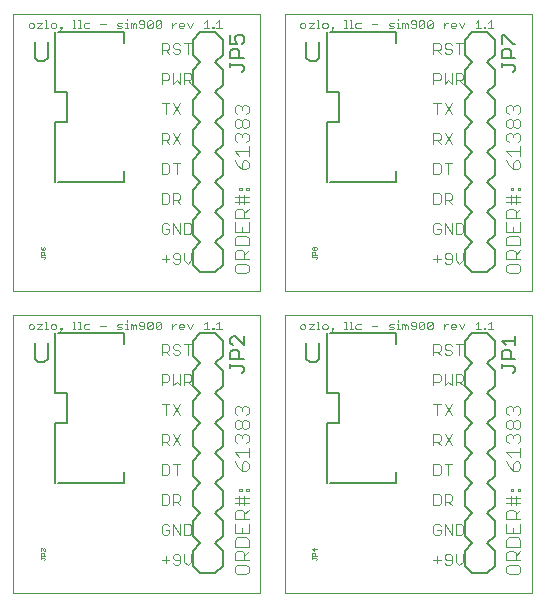
<source format=gto>
G75*
G70*
%OFA0B0*%
%FSLAX24Y24*%
%IPPOS*%
%LPD*%
%AMOC8*
5,1,8,0,0,1.08239X$1,22.5*
%
%ADD10C,0.0000*%
%ADD11C,0.0060*%
%ADD12C,0.0040*%
%ADD13C,0.0030*%
%ADD14C,0.0050*%
%ADD15C,0.0080*%
%ADD16C,0.0010*%
D10*
X000150Y000150D02*
X000150Y009402D01*
X008400Y009400D01*
X008400Y000150D01*
X000150Y000150D01*
X009205Y000150D02*
X009205Y009402D01*
X017455Y009400D01*
X017455Y000150D01*
X009205Y000150D01*
X009205Y010189D02*
X009205Y019441D01*
X017455Y019439D01*
X017455Y010189D01*
X009205Y010189D01*
X008400Y010189D02*
X008400Y019439D01*
X000150Y019441D01*
X000150Y010189D01*
X008400Y010189D01*
D11*
X009932Y008464D02*
X009932Y007930D01*
X010039Y007824D01*
X010252Y007824D01*
X010359Y007930D01*
X010359Y008464D01*
X010252Y017863D02*
X010039Y017863D01*
X009932Y017970D01*
X009932Y018504D01*
X010359Y018504D02*
X010359Y017970D01*
X010252Y017863D01*
X001304Y017970D02*
X001304Y018504D01*
X000877Y018504D02*
X000877Y017970D01*
X000984Y017863D01*
X001197Y017863D01*
X001304Y017970D01*
X001304Y008464D02*
X001304Y007930D01*
X001197Y007824D01*
X000984Y007824D01*
X000877Y007930D01*
X000877Y008464D01*
D12*
X000946Y008920D02*
X001120Y008920D01*
X001222Y008920D02*
X001309Y008920D01*
X001266Y008920D02*
X001266Y009180D01*
X001222Y009180D01*
X001120Y009093D02*
X000946Y008920D01*
X000843Y008963D02*
X000843Y009050D01*
X000800Y009093D01*
X000713Y009093D01*
X000670Y009050D01*
X000670Y008963D01*
X000713Y008920D01*
X000800Y008920D01*
X000843Y008963D01*
X000946Y009093D02*
X001120Y009093D01*
X001407Y009050D02*
X001407Y008963D01*
X001450Y008920D01*
X001537Y008920D01*
X001580Y008963D01*
X001580Y009050D01*
X001537Y009093D01*
X001450Y009093D01*
X001407Y009050D01*
X001726Y008963D02*
X001726Y008920D01*
X001770Y008920D01*
X001770Y008963D01*
X001726Y008963D01*
X001770Y008920D02*
X001683Y008833D01*
X002143Y008920D02*
X002230Y008920D01*
X002187Y008920D02*
X002187Y009180D01*
X002143Y009180D01*
X002327Y009180D02*
X002371Y009180D01*
X002371Y008920D01*
X002414Y008920D02*
X002327Y008920D01*
X002512Y008963D02*
X002512Y009050D01*
X002555Y009093D01*
X002685Y009093D01*
X002685Y008920D02*
X002555Y008920D01*
X002512Y008963D01*
X003064Y009050D02*
X003238Y009050D01*
X003617Y009050D02*
X003660Y009007D01*
X003747Y009007D01*
X003790Y008963D01*
X003747Y008920D01*
X003617Y008920D01*
X003617Y009050D02*
X003660Y009093D01*
X003790Y009093D01*
X003893Y009093D02*
X003936Y009093D01*
X003936Y008920D01*
X003893Y008920D02*
X003979Y008920D01*
X004077Y008920D02*
X004077Y009093D01*
X004120Y009093D01*
X004164Y009050D01*
X004207Y009093D01*
X004250Y009050D01*
X004250Y008920D01*
X004164Y008920D02*
X004164Y009050D01*
X004353Y009093D02*
X004397Y009050D01*
X004527Y009050D01*
X004527Y008963D02*
X004527Y009137D01*
X004483Y009180D01*
X004397Y009180D01*
X004353Y009137D01*
X004353Y009093D01*
X004353Y008963D02*
X004397Y008920D01*
X004483Y008920D01*
X004527Y008963D01*
X004629Y008963D02*
X004629Y009137D01*
X004673Y009180D01*
X004759Y009180D01*
X004803Y009137D01*
X004629Y008963D01*
X004673Y008920D01*
X004759Y008920D01*
X004803Y008963D01*
X004803Y009137D01*
X004906Y009137D02*
X004949Y009180D01*
X005036Y009180D01*
X005079Y009137D01*
X004906Y008963D01*
X004949Y008920D01*
X005036Y008920D01*
X005079Y008963D01*
X005079Y009137D01*
X004906Y009137D02*
X004906Y008963D01*
X005458Y008920D02*
X005458Y009093D01*
X005458Y009007D02*
X005545Y009093D01*
X005588Y009093D01*
X005688Y009050D02*
X005688Y008963D01*
X005732Y008920D01*
X005818Y008920D01*
X005862Y009007D02*
X005688Y009007D01*
X005688Y009050D02*
X005732Y009093D01*
X005818Y009093D01*
X005862Y009050D01*
X005862Y009007D01*
X005965Y009093D02*
X006051Y008920D01*
X006138Y009093D01*
X006517Y009093D02*
X006604Y009180D01*
X006604Y008920D01*
X006690Y008920D02*
X006517Y008920D01*
X006793Y008920D02*
X006837Y008920D01*
X006837Y008963D01*
X006793Y008963D01*
X006793Y008920D01*
X006931Y008920D02*
X007105Y008920D01*
X007018Y008920D02*
X007018Y009180D01*
X006931Y009093D01*
X007620Y010800D02*
X007544Y010877D01*
X007544Y011030D01*
X007620Y011107D01*
X007927Y011107D01*
X008004Y011030D01*
X008004Y010877D01*
X007927Y010800D01*
X007620Y010800D01*
X007544Y011260D02*
X007544Y011491D01*
X007620Y011567D01*
X007774Y011567D01*
X007851Y011491D01*
X007851Y011260D01*
X008004Y011260D02*
X007544Y011260D01*
X007851Y011414D02*
X008004Y011567D01*
X008004Y011721D02*
X008004Y011951D01*
X007927Y012028D01*
X007620Y012028D01*
X007544Y011951D01*
X007544Y011721D01*
X008004Y011721D01*
X008004Y012181D02*
X007544Y012181D01*
X007544Y012488D01*
X007544Y012641D02*
X007544Y012872D01*
X007620Y012948D01*
X007774Y012948D01*
X007851Y012872D01*
X007851Y012641D01*
X008004Y012641D02*
X007544Y012641D01*
X007851Y012795D02*
X008004Y012948D01*
X007851Y013102D02*
X007851Y013409D01*
X007697Y013409D02*
X007697Y013332D01*
X007697Y013102D01*
X007544Y013179D02*
X008004Y013179D01*
X008004Y013332D02*
X007544Y013332D01*
X007697Y013562D02*
X007774Y013562D01*
X007774Y013639D01*
X007697Y013639D01*
X007697Y013562D01*
X007927Y013562D02*
X008004Y013562D01*
X008004Y013639D01*
X007927Y013639D01*
X007927Y013562D01*
X007927Y014253D02*
X008004Y014330D01*
X008004Y014483D01*
X007927Y014560D01*
X007851Y014560D01*
X007774Y014483D01*
X007774Y014253D01*
X007927Y014253D01*
X007774Y014253D02*
X007620Y014406D01*
X007544Y014560D01*
X007697Y014713D02*
X007544Y014867D01*
X008004Y014867D01*
X008004Y015020D02*
X008004Y014713D01*
X007927Y015174D02*
X008004Y015250D01*
X008004Y015404D01*
X007927Y015481D01*
X007851Y015481D01*
X007774Y015404D01*
X007774Y015327D01*
X007774Y015404D02*
X007697Y015481D01*
X007620Y015481D01*
X007544Y015404D01*
X007544Y015250D01*
X007620Y015174D01*
X007620Y015634D02*
X007697Y015634D01*
X007774Y015711D01*
X007774Y015864D01*
X007851Y015941D01*
X007927Y015941D01*
X008004Y015864D01*
X008004Y015711D01*
X007927Y015634D01*
X007851Y015634D01*
X007774Y015711D01*
X007774Y015864D02*
X007697Y015941D01*
X007620Y015941D01*
X007544Y015864D01*
X007544Y015711D01*
X007620Y015634D01*
X007620Y016094D02*
X007544Y016171D01*
X007544Y016325D01*
X007620Y016401D01*
X007697Y016401D01*
X007774Y016325D01*
X007851Y016401D01*
X007927Y016401D01*
X008004Y016325D01*
X008004Y016171D01*
X007927Y016094D01*
X007774Y016248D02*
X007774Y016325D01*
X007105Y018959D02*
X006931Y018959D01*
X007018Y018959D02*
X007018Y019220D01*
X006931Y019133D01*
X006837Y019003D02*
X006837Y018959D01*
X006793Y018959D01*
X006793Y019003D01*
X006837Y019003D01*
X006690Y018959D02*
X006517Y018959D01*
X006604Y018959D02*
X006604Y019220D01*
X006517Y019133D01*
X006138Y019133D02*
X006051Y018959D01*
X005965Y019133D01*
X005862Y019089D02*
X005862Y019046D01*
X005688Y019046D01*
X005688Y019003D02*
X005688Y019089D01*
X005732Y019133D01*
X005818Y019133D01*
X005862Y019089D01*
X005818Y018959D02*
X005732Y018959D01*
X005688Y019003D01*
X005588Y019133D02*
X005545Y019133D01*
X005458Y019046D01*
X005458Y018959D02*
X005458Y019133D01*
X005079Y019176D02*
X005079Y019003D01*
X005036Y018959D01*
X004949Y018959D01*
X004906Y019003D01*
X005079Y019176D01*
X005036Y019220D01*
X004949Y019220D01*
X004906Y019176D01*
X004906Y019003D01*
X004803Y019003D02*
X004759Y018959D01*
X004673Y018959D01*
X004629Y019003D01*
X004803Y019176D01*
X004803Y019003D01*
X004803Y019176D02*
X004759Y019220D01*
X004673Y019220D01*
X004629Y019176D01*
X004629Y019003D01*
X004527Y019003D02*
X004527Y019176D01*
X004483Y019220D01*
X004397Y019220D01*
X004353Y019176D01*
X004353Y019133D01*
X004397Y019089D01*
X004527Y019089D01*
X004527Y019003D02*
X004483Y018959D01*
X004397Y018959D01*
X004353Y019003D01*
X004250Y018959D02*
X004250Y019089D01*
X004207Y019133D01*
X004164Y019089D01*
X004164Y018959D01*
X004077Y018959D02*
X004077Y019133D01*
X004120Y019133D01*
X004164Y019089D01*
X003979Y018959D02*
X003893Y018959D01*
X003936Y018959D02*
X003936Y019133D01*
X003893Y019133D01*
X003936Y019220D02*
X003936Y019263D01*
X003790Y019133D02*
X003660Y019133D01*
X003617Y019089D01*
X003660Y019046D01*
X003747Y019046D01*
X003790Y019003D01*
X003747Y018959D01*
X003617Y018959D01*
X003238Y019089D02*
X003064Y019089D01*
X002685Y019133D02*
X002555Y019133D01*
X002512Y019089D01*
X002512Y019003D01*
X002555Y018959D01*
X002685Y018959D01*
X002414Y018959D02*
X002327Y018959D01*
X002371Y018959D02*
X002371Y019220D01*
X002327Y019220D01*
X002187Y019220D02*
X002187Y018959D01*
X002230Y018959D02*
X002143Y018959D01*
X002143Y019220D02*
X002187Y019220D01*
X001770Y019003D02*
X001726Y019003D01*
X001726Y018959D01*
X001770Y018959D01*
X001770Y019003D01*
X001770Y018959D02*
X001683Y018873D01*
X001580Y019003D02*
X001580Y019089D01*
X001537Y019133D01*
X001450Y019133D01*
X001407Y019089D01*
X001407Y019003D01*
X001450Y018959D01*
X001537Y018959D01*
X001580Y019003D01*
X001309Y018959D02*
X001222Y018959D01*
X001266Y018959D02*
X001266Y019220D01*
X001222Y019220D01*
X001120Y019133D02*
X000946Y019133D01*
X000843Y019089D02*
X000843Y019003D01*
X000800Y018959D01*
X000713Y018959D01*
X000670Y019003D01*
X000670Y019089D01*
X000713Y019133D01*
X000800Y019133D01*
X000843Y019089D01*
X000946Y018959D02*
X001120Y018959D01*
X001120Y019133D02*
X000946Y018959D01*
X007774Y012335D02*
X007774Y012181D01*
X008004Y012181D02*
X008004Y012488D01*
X009768Y009093D02*
X009725Y009050D01*
X009725Y008963D01*
X009768Y008920D01*
X009855Y008920D01*
X009899Y008963D01*
X009899Y009050D01*
X009855Y009093D01*
X009768Y009093D01*
X010001Y009093D02*
X010175Y009093D01*
X010001Y008920D01*
X010175Y008920D01*
X010278Y008920D02*
X010364Y008920D01*
X010321Y008920D02*
X010321Y009180D01*
X010278Y009180D01*
X010462Y009050D02*
X010462Y008963D01*
X010505Y008920D01*
X010592Y008920D01*
X010635Y008963D01*
X010635Y009050D01*
X010592Y009093D01*
X010505Y009093D01*
X010462Y009050D01*
X010738Y008833D02*
X010825Y008920D01*
X010781Y008920D01*
X010781Y008963D01*
X010825Y008963D01*
X010825Y008920D01*
X011198Y008920D02*
X011285Y008920D01*
X011242Y008920D02*
X011242Y009180D01*
X011198Y009180D01*
X011383Y009180D02*
X011426Y009180D01*
X011426Y008920D01*
X011383Y008920D02*
X011469Y008920D01*
X011567Y008963D02*
X011610Y008920D01*
X011740Y008920D01*
X011740Y009093D02*
X011610Y009093D01*
X011567Y009050D01*
X011567Y008963D01*
X012119Y009050D02*
X012293Y009050D01*
X012672Y009050D02*
X012715Y009093D01*
X012845Y009093D01*
X012802Y009007D02*
X012715Y009007D01*
X012672Y009050D01*
X012672Y008920D02*
X012802Y008920D01*
X012845Y008963D01*
X012802Y009007D01*
X012948Y009093D02*
X012991Y009093D01*
X012991Y008920D01*
X012948Y008920D02*
X013035Y008920D01*
X013132Y008920D02*
X013132Y009093D01*
X013175Y009093D01*
X013219Y009050D01*
X013262Y009093D01*
X013306Y009050D01*
X013306Y008920D01*
X013219Y008920D02*
X013219Y009050D01*
X013408Y009093D02*
X013452Y009050D01*
X013582Y009050D01*
X013582Y008963D02*
X013582Y009137D01*
X013538Y009180D01*
X013452Y009180D01*
X013408Y009137D01*
X013408Y009093D01*
X013408Y008963D02*
X013452Y008920D01*
X013538Y008920D01*
X013582Y008963D01*
X013684Y008963D02*
X013858Y009137D01*
X013858Y008963D01*
X013815Y008920D01*
X013728Y008920D01*
X013684Y008963D01*
X013684Y009137D01*
X013728Y009180D01*
X013815Y009180D01*
X013858Y009137D01*
X013961Y009137D02*
X013961Y008963D01*
X014134Y009137D01*
X014134Y008963D01*
X014091Y008920D01*
X014004Y008920D01*
X013961Y008963D01*
X013961Y009137D02*
X014004Y009180D01*
X014091Y009180D01*
X014134Y009137D01*
X014513Y009093D02*
X014513Y008920D01*
X014513Y009007D02*
X014600Y009093D01*
X014643Y009093D01*
X014743Y009050D02*
X014787Y009093D01*
X014874Y009093D01*
X014917Y009050D01*
X014917Y009007D01*
X014743Y009007D01*
X014743Y009050D02*
X014743Y008963D01*
X014787Y008920D01*
X014874Y008920D01*
X015020Y009093D02*
X015106Y008920D01*
X015193Y009093D01*
X015572Y009093D02*
X015659Y009180D01*
X015659Y008920D01*
X015572Y008920D02*
X015746Y008920D01*
X015848Y008920D02*
X015892Y008920D01*
X015892Y008963D01*
X015848Y008963D01*
X015848Y008920D01*
X015986Y008920D02*
X016160Y008920D01*
X016073Y008920D02*
X016073Y009180D01*
X015986Y009093D01*
X016675Y010800D02*
X016982Y010800D01*
X017059Y010877D01*
X017059Y011030D01*
X016982Y011107D01*
X016675Y011107D01*
X016599Y011030D01*
X016599Y010877D01*
X016675Y010800D01*
X016599Y011260D02*
X016599Y011491D01*
X016675Y011567D01*
X016829Y011567D01*
X016906Y011491D01*
X016906Y011260D01*
X017059Y011260D02*
X016599Y011260D01*
X016906Y011414D02*
X017059Y011567D01*
X017059Y011721D02*
X017059Y011951D01*
X016982Y012028D01*
X016675Y012028D01*
X016599Y011951D01*
X016599Y011721D01*
X017059Y011721D01*
X017059Y012181D02*
X016599Y012181D01*
X016599Y012488D01*
X016599Y012641D02*
X016599Y012872D01*
X016675Y012948D01*
X016829Y012948D01*
X016906Y012872D01*
X016906Y012641D01*
X017059Y012641D02*
X016599Y012641D01*
X016906Y012795D02*
X017059Y012948D01*
X016906Y013102D02*
X016906Y013409D01*
X016752Y013409D02*
X016752Y013332D01*
X016752Y013102D01*
X016599Y013179D02*
X017059Y013179D01*
X017059Y013332D02*
X016599Y013332D01*
X016752Y013562D02*
X016829Y013562D01*
X016829Y013639D01*
X016752Y013639D01*
X016752Y013562D01*
X016982Y013562D02*
X017059Y013562D01*
X017059Y013639D01*
X016982Y013639D01*
X016982Y013562D01*
X016982Y014253D02*
X016829Y014253D01*
X016829Y014483D01*
X016906Y014560D01*
X016982Y014560D01*
X017059Y014483D01*
X017059Y014330D01*
X016982Y014253D01*
X016829Y014253D02*
X016675Y014406D01*
X016599Y014560D01*
X016752Y014713D02*
X016599Y014867D01*
X017059Y014867D01*
X017059Y015020D02*
X017059Y014713D01*
X016982Y015174D02*
X017059Y015250D01*
X017059Y015404D01*
X016982Y015481D01*
X016906Y015481D01*
X016829Y015404D01*
X016829Y015327D01*
X016829Y015404D02*
X016752Y015481D01*
X016675Y015481D01*
X016599Y015404D01*
X016599Y015250D01*
X016675Y015174D01*
X016675Y015634D02*
X016752Y015634D01*
X016829Y015711D01*
X016829Y015864D01*
X016906Y015941D01*
X016982Y015941D01*
X017059Y015864D01*
X017059Y015711D01*
X016982Y015634D01*
X016906Y015634D01*
X016829Y015711D01*
X016829Y015864D02*
X016752Y015941D01*
X016675Y015941D01*
X016599Y015864D01*
X016599Y015711D01*
X016675Y015634D01*
X016675Y016094D02*
X016599Y016171D01*
X016599Y016325D01*
X016675Y016401D01*
X016752Y016401D01*
X016829Y016325D01*
X016906Y016401D01*
X016982Y016401D01*
X017059Y016325D01*
X017059Y016171D01*
X016982Y016094D01*
X016829Y016248D02*
X016829Y016325D01*
X016160Y018959D02*
X015986Y018959D01*
X016073Y018959D02*
X016073Y019220D01*
X015986Y019133D01*
X015892Y019003D02*
X015848Y019003D01*
X015848Y018959D01*
X015892Y018959D01*
X015892Y019003D01*
X015746Y018959D02*
X015572Y018959D01*
X015659Y018959D02*
X015659Y019220D01*
X015572Y019133D01*
X015193Y019133D02*
X015106Y018959D01*
X015020Y019133D01*
X014917Y019089D02*
X014917Y019046D01*
X014743Y019046D01*
X014743Y019003D02*
X014743Y019089D01*
X014787Y019133D01*
X014874Y019133D01*
X014917Y019089D01*
X014874Y018959D02*
X014787Y018959D01*
X014743Y019003D01*
X014643Y019133D02*
X014600Y019133D01*
X014513Y019046D01*
X014513Y018959D02*
X014513Y019133D01*
X014134Y019176D02*
X014134Y019003D01*
X014091Y018959D01*
X014004Y018959D01*
X013961Y019003D01*
X014134Y019176D01*
X014091Y019220D01*
X014004Y019220D01*
X013961Y019176D01*
X013961Y019003D01*
X013858Y019003D02*
X013858Y019176D01*
X013684Y019003D01*
X013728Y018959D01*
X013815Y018959D01*
X013858Y019003D01*
X013858Y019176D02*
X013815Y019220D01*
X013728Y019220D01*
X013684Y019176D01*
X013684Y019003D01*
X013582Y019003D02*
X013582Y019176D01*
X013538Y019220D01*
X013452Y019220D01*
X013408Y019176D01*
X013408Y019133D01*
X013452Y019089D01*
X013582Y019089D01*
X013582Y019003D02*
X013538Y018959D01*
X013452Y018959D01*
X013408Y019003D01*
X013306Y018959D02*
X013306Y019089D01*
X013262Y019133D01*
X013219Y019089D01*
X013219Y018959D01*
X013132Y018959D02*
X013132Y019133D01*
X013175Y019133D01*
X013219Y019089D01*
X013035Y018959D02*
X012948Y018959D01*
X012991Y018959D02*
X012991Y019133D01*
X012948Y019133D01*
X012991Y019220D02*
X012991Y019263D01*
X012845Y019133D02*
X012715Y019133D01*
X012672Y019089D01*
X012715Y019046D01*
X012802Y019046D01*
X012845Y019003D01*
X012802Y018959D01*
X012672Y018959D01*
X012293Y019089D02*
X012119Y019089D01*
X011740Y019133D02*
X011610Y019133D01*
X011567Y019089D01*
X011567Y019003D01*
X011610Y018959D01*
X011740Y018959D01*
X011469Y018959D02*
X011383Y018959D01*
X011426Y018959D02*
X011426Y019220D01*
X011383Y019220D01*
X011242Y019220D02*
X011242Y018959D01*
X011285Y018959D02*
X011198Y018959D01*
X011198Y019220D02*
X011242Y019220D01*
X010825Y019003D02*
X010781Y019003D01*
X010781Y018959D01*
X010825Y018959D01*
X010825Y019003D01*
X010825Y018959D02*
X010738Y018873D01*
X010635Y019003D02*
X010635Y019089D01*
X010592Y019133D01*
X010505Y019133D01*
X010462Y019089D01*
X010462Y019003D01*
X010505Y018959D01*
X010592Y018959D01*
X010635Y019003D01*
X010364Y018959D02*
X010278Y018959D01*
X010321Y018959D02*
X010321Y019220D01*
X010278Y019220D01*
X010175Y019133D02*
X010001Y018959D01*
X010175Y018959D01*
X010175Y019133D02*
X010001Y019133D01*
X009899Y019089D02*
X009855Y019133D01*
X009768Y019133D01*
X009725Y019089D01*
X009725Y019003D01*
X009768Y018959D01*
X009855Y018959D01*
X009899Y019003D01*
X009899Y019089D01*
X016829Y012335D02*
X016829Y012181D01*
X017059Y012181D02*
X017059Y012488D01*
X012991Y009224D02*
X012991Y009180D01*
X016599Y006285D02*
X016599Y006132D01*
X016675Y006055D01*
X016675Y005902D02*
X016752Y005902D01*
X016829Y005825D01*
X016829Y005671D01*
X016752Y005595D01*
X016675Y005595D01*
X016599Y005671D01*
X016599Y005825D01*
X016675Y005902D01*
X016829Y005825D02*
X016906Y005902D01*
X016982Y005902D01*
X017059Y005825D01*
X017059Y005671D01*
X016982Y005595D01*
X016906Y005595D01*
X016829Y005671D01*
X016906Y005441D02*
X016982Y005441D01*
X017059Y005364D01*
X017059Y005211D01*
X016982Y005134D01*
X017059Y004981D02*
X017059Y004674D01*
X017059Y004827D02*
X016599Y004827D01*
X016752Y004674D01*
X016599Y004520D02*
X016675Y004367D01*
X016829Y004213D01*
X016829Y004444D01*
X016906Y004520D01*
X016982Y004520D01*
X017059Y004444D01*
X017059Y004290D01*
X016982Y004213D01*
X016829Y004213D01*
X016829Y003600D02*
X016829Y003523D01*
X016752Y003523D01*
X016752Y003600D01*
X016829Y003600D01*
X016982Y003600D02*
X016982Y003523D01*
X017059Y003523D01*
X017059Y003600D01*
X016982Y003600D01*
X016906Y003369D02*
X016906Y003063D01*
X016752Y003063D02*
X016752Y003293D01*
X016752Y003369D01*
X016599Y003293D02*
X017059Y003293D01*
X017059Y003139D02*
X016599Y003139D01*
X016675Y002909D02*
X016829Y002909D01*
X016906Y002832D01*
X016906Y002602D01*
X017059Y002602D02*
X016599Y002602D01*
X016599Y002832D01*
X016675Y002909D01*
X016906Y002756D02*
X017059Y002909D01*
X017059Y002449D02*
X017059Y002142D01*
X016599Y002142D01*
X016599Y002449D01*
X016829Y002295D02*
X016829Y002142D01*
X016982Y001988D02*
X017059Y001912D01*
X017059Y001681D01*
X016599Y001681D01*
X016599Y001912D01*
X016675Y001988D01*
X016982Y001988D01*
X017059Y001528D02*
X016906Y001374D01*
X016906Y001451D02*
X016906Y001221D01*
X017059Y001221D02*
X016599Y001221D01*
X016599Y001451D01*
X016675Y001528D01*
X016829Y001528D01*
X016906Y001451D01*
X016982Y001067D02*
X016675Y001067D01*
X016599Y000991D01*
X016599Y000837D01*
X016675Y000761D01*
X016982Y000761D01*
X017059Y000837D01*
X017059Y000991D01*
X016982Y001067D01*
X016675Y005134D02*
X016599Y005211D01*
X016599Y005364D01*
X016675Y005441D01*
X016752Y005441D01*
X016829Y005364D01*
X016906Y005441D01*
X016829Y005364D02*
X016829Y005288D01*
X016982Y006055D02*
X017059Y006132D01*
X017059Y006285D01*
X016982Y006362D01*
X016906Y006362D01*
X016829Y006285D01*
X016829Y006209D01*
X016829Y006285D02*
X016752Y006362D01*
X016675Y006362D01*
X016599Y006285D01*
X008004Y006285D02*
X008004Y006132D01*
X007927Y006055D01*
X007927Y005902D02*
X008004Y005825D01*
X008004Y005671D01*
X007927Y005595D01*
X007851Y005595D01*
X007774Y005671D01*
X007774Y005825D01*
X007851Y005902D01*
X007927Y005902D01*
X007774Y005825D02*
X007697Y005902D01*
X007620Y005902D01*
X007544Y005825D01*
X007544Y005671D01*
X007620Y005595D01*
X007697Y005595D01*
X007774Y005671D01*
X007851Y005441D02*
X007927Y005441D01*
X008004Y005364D01*
X008004Y005211D01*
X007927Y005134D01*
X008004Y004981D02*
X008004Y004674D01*
X008004Y004827D02*
X007544Y004827D01*
X007697Y004674D01*
X007544Y004520D02*
X007620Y004367D01*
X007774Y004213D01*
X007774Y004444D01*
X007851Y004520D01*
X007927Y004520D01*
X008004Y004444D01*
X008004Y004290D01*
X007927Y004213D01*
X007774Y004213D01*
X007774Y003600D02*
X007697Y003600D01*
X007697Y003523D01*
X007774Y003523D01*
X007774Y003600D01*
X007927Y003600D02*
X008004Y003600D01*
X008004Y003523D01*
X007927Y003523D01*
X007927Y003600D01*
X007851Y003369D02*
X007851Y003063D01*
X007697Y003063D02*
X007697Y003293D01*
X007697Y003369D01*
X007544Y003293D02*
X008004Y003293D01*
X008004Y003139D02*
X007544Y003139D01*
X007620Y002909D02*
X007544Y002832D01*
X007544Y002602D01*
X008004Y002602D01*
X008004Y002449D02*
X008004Y002142D01*
X007544Y002142D01*
X007544Y002449D01*
X007774Y002295D02*
X007774Y002142D01*
X007927Y001988D02*
X007620Y001988D01*
X007544Y001912D01*
X007544Y001681D01*
X008004Y001681D01*
X008004Y001912D01*
X007927Y001988D01*
X008004Y001528D02*
X007851Y001374D01*
X007851Y001451D02*
X007851Y001221D01*
X008004Y001221D02*
X007544Y001221D01*
X007544Y001451D01*
X007620Y001528D01*
X007774Y001528D01*
X007851Y001451D01*
X007927Y001067D02*
X007620Y001067D01*
X007544Y000991D01*
X007544Y000837D01*
X007620Y000761D01*
X007927Y000761D01*
X008004Y000837D01*
X008004Y000991D01*
X007927Y001067D01*
X007851Y002602D02*
X007851Y002832D01*
X007774Y002909D01*
X007620Y002909D01*
X007851Y002756D02*
X008004Y002909D01*
X007620Y005134D02*
X007544Y005211D01*
X007544Y005364D01*
X007620Y005441D01*
X007697Y005441D01*
X007774Y005364D01*
X007851Y005441D01*
X007774Y005364D02*
X007774Y005288D01*
X007620Y006055D02*
X007544Y006132D01*
X007544Y006285D01*
X007620Y006362D01*
X007697Y006362D01*
X007774Y006285D01*
X007851Y006362D01*
X007927Y006362D01*
X008004Y006285D01*
X007774Y006285D02*
X007774Y006209D01*
X003936Y009180D02*
X003936Y009224D01*
D13*
X005112Y008429D02*
X005112Y008059D01*
X005112Y008182D02*
X005297Y008182D01*
X005359Y008244D01*
X005359Y008367D01*
X005297Y008429D01*
X005112Y008429D01*
X005235Y008182D02*
X005359Y008059D01*
X005480Y008120D02*
X005542Y008059D01*
X005665Y008059D01*
X005727Y008120D01*
X005727Y008182D01*
X005665Y008244D01*
X005542Y008244D01*
X005480Y008306D01*
X005480Y008367D01*
X005542Y008429D01*
X005665Y008429D01*
X005727Y008367D01*
X005848Y008429D02*
X006095Y008429D01*
X005972Y008429D02*
X005972Y008059D01*
X006034Y007429D02*
X005848Y007429D01*
X005848Y007059D01*
X005727Y007059D02*
X005727Y007429D01*
X005480Y007429D02*
X005480Y007059D01*
X005604Y007182D01*
X005727Y007059D01*
X005848Y007182D02*
X006034Y007182D01*
X006095Y007244D01*
X006095Y007367D01*
X006034Y007429D01*
X005972Y007182D02*
X006095Y007059D01*
X005727Y006429D02*
X005480Y006059D01*
X005727Y006059D02*
X005480Y006429D01*
X005359Y006429D02*
X005112Y006429D01*
X005235Y006429D02*
X005235Y006059D01*
X005297Y005429D02*
X005112Y005429D01*
X005112Y005059D01*
X005112Y005182D02*
X005297Y005182D01*
X005359Y005244D01*
X005359Y005367D01*
X005297Y005429D01*
X005480Y005429D02*
X005727Y005059D01*
X005480Y005059D02*
X005727Y005429D01*
X005359Y005059D02*
X005235Y005182D01*
X005297Y004429D02*
X005112Y004429D01*
X005112Y004059D01*
X005297Y004059D01*
X005359Y004120D01*
X005359Y004367D01*
X005297Y004429D01*
X005480Y004429D02*
X005727Y004429D01*
X005604Y004429D02*
X005604Y004059D01*
X005665Y003429D02*
X005480Y003429D01*
X005480Y003059D01*
X005480Y003182D02*
X005665Y003182D01*
X005727Y003244D01*
X005727Y003367D01*
X005665Y003429D01*
X005604Y003182D02*
X005727Y003059D01*
X005359Y003120D02*
X005359Y003367D01*
X005297Y003429D01*
X005112Y003429D01*
X005112Y003059D01*
X005297Y003059D01*
X005359Y003120D01*
X005297Y002429D02*
X005174Y002429D01*
X005112Y002367D01*
X005112Y002120D01*
X005174Y002059D01*
X005297Y002059D01*
X005359Y002120D01*
X005359Y002244D01*
X005235Y002244D01*
X005359Y002367D02*
X005297Y002429D01*
X005480Y002429D02*
X005727Y002059D01*
X005727Y002429D01*
X005848Y002429D02*
X006034Y002429D01*
X006095Y002367D01*
X006095Y002120D01*
X006034Y002059D01*
X005848Y002059D01*
X005848Y002429D01*
X005480Y002429D02*
X005480Y002059D01*
X005542Y001429D02*
X005480Y001367D01*
X005480Y001306D01*
X005542Y001244D01*
X005727Y001244D01*
X005727Y001367D02*
X005665Y001429D01*
X005542Y001429D01*
X005727Y001367D02*
X005727Y001120D01*
X005665Y001059D01*
X005542Y001059D01*
X005480Y001120D01*
X005359Y001244D02*
X005112Y001244D01*
X005235Y001367D02*
X005235Y001120D01*
X005848Y001182D02*
X005972Y001059D01*
X006095Y001182D01*
X006095Y001429D01*
X005848Y001429D02*
X005848Y001182D01*
X005112Y007059D02*
X005112Y007429D01*
X005297Y007429D01*
X005359Y007367D01*
X005359Y007244D01*
X005297Y007182D01*
X005112Y007182D01*
X005542Y011098D02*
X005665Y011098D01*
X005727Y011160D01*
X005727Y011407D01*
X005665Y011468D01*
X005542Y011468D01*
X005480Y011407D01*
X005480Y011345D01*
X005542Y011283D01*
X005727Y011283D01*
X005848Y011222D02*
X005972Y011098D01*
X006095Y011222D01*
X006095Y011468D01*
X005848Y011468D02*
X005848Y011222D01*
X005542Y011098D02*
X005480Y011160D01*
X005359Y011283D02*
X005112Y011283D01*
X005235Y011160D02*
X005235Y011407D01*
X005174Y012098D02*
X005297Y012098D01*
X005359Y012160D01*
X005359Y012283D01*
X005235Y012283D01*
X005112Y012160D02*
X005174Y012098D01*
X005112Y012160D02*
X005112Y012407D01*
X005174Y012468D01*
X005297Y012468D01*
X005359Y012407D01*
X005480Y012468D02*
X005727Y012098D01*
X005727Y012468D01*
X005848Y012468D02*
X006034Y012468D01*
X006095Y012407D01*
X006095Y012160D01*
X006034Y012098D01*
X005848Y012098D01*
X005848Y012468D01*
X005480Y012468D02*
X005480Y012098D01*
X005480Y013098D02*
X005480Y013468D01*
X005665Y013468D01*
X005727Y013407D01*
X005727Y013283D01*
X005665Y013222D01*
X005480Y013222D01*
X005604Y013222D02*
X005727Y013098D01*
X005359Y013160D02*
X005359Y013407D01*
X005297Y013468D01*
X005112Y013468D01*
X005112Y013098D01*
X005297Y013098D01*
X005359Y013160D01*
X005297Y014098D02*
X005112Y014098D01*
X005112Y014468D01*
X005297Y014468D01*
X005359Y014407D01*
X005359Y014160D01*
X005297Y014098D01*
X005604Y014098D02*
X005604Y014468D01*
X005727Y014468D02*
X005480Y014468D01*
X005480Y015098D02*
X005727Y015468D01*
X005480Y015468D02*
X005727Y015098D01*
X005359Y015098D02*
X005235Y015222D01*
X005297Y015222D02*
X005112Y015222D01*
X005112Y015098D02*
X005112Y015468D01*
X005297Y015468D01*
X005359Y015407D01*
X005359Y015283D01*
X005297Y015222D01*
X005235Y016098D02*
X005235Y016468D01*
X005112Y016468D02*
X005359Y016468D01*
X005480Y016468D02*
X005727Y016098D01*
X005480Y016098D02*
X005727Y016468D01*
X005727Y017098D02*
X005604Y017222D01*
X005480Y017098D01*
X005480Y017468D01*
X005359Y017407D02*
X005359Y017283D01*
X005297Y017222D01*
X005112Y017222D01*
X005112Y017098D02*
X005112Y017468D01*
X005297Y017468D01*
X005359Y017407D01*
X005727Y017468D02*
X005727Y017098D01*
X005848Y017098D02*
X005848Y017468D01*
X006034Y017468D01*
X006095Y017407D01*
X006095Y017283D01*
X006034Y017222D01*
X005848Y017222D01*
X005972Y017222D02*
X006095Y017098D01*
X005972Y018098D02*
X005972Y018468D01*
X006095Y018468D02*
X005848Y018468D01*
X005727Y018407D02*
X005665Y018468D01*
X005542Y018468D01*
X005480Y018407D01*
X005480Y018345D01*
X005542Y018283D01*
X005665Y018283D01*
X005727Y018222D01*
X005727Y018160D01*
X005665Y018098D01*
X005542Y018098D01*
X005480Y018160D01*
X005359Y018098D02*
X005235Y018222D01*
X005297Y018222D02*
X005112Y018222D01*
X005112Y018098D02*
X005112Y018468D01*
X005297Y018468D01*
X005359Y018407D01*
X005359Y018283D01*
X005297Y018222D01*
X014167Y018222D02*
X014352Y018222D01*
X014414Y018283D01*
X014414Y018407D01*
X014352Y018468D01*
X014167Y018468D01*
X014167Y018098D01*
X014290Y018222D02*
X014414Y018098D01*
X014535Y018160D02*
X014597Y018098D01*
X014720Y018098D01*
X014782Y018160D01*
X014782Y018222D01*
X014720Y018283D01*
X014597Y018283D01*
X014535Y018345D01*
X014535Y018407D01*
X014597Y018468D01*
X014720Y018468D01*
X014782Y018407D01*
X014904Y018468D02*
X015150Y018468D01*
X015027Y018468D02*
X015027Y018098D01*
X015089Y017468D02*
X014904Y017468D01*
X014904Y017098D01*
X014782Y017098D02*
X014782Y017468D01*
X014535Y017468D02*
X014535Y017098D01*
X014659Y017222D01*
X014782Y017098D01*
X014904Y017222D02*
X015089Y017222D01*
X015150Y017283D01*
X015150Y017407D01*
X015089Y017468D01*
X015027Y017222D02*
X015150Y017098D01*
X014782Y016468D02*
X014535Y016098D01*
X014290Y016098D02*
X014290Y016468D01*
X014167Y016468D02*
X014414Y016468D01*
X014535Y016468D02*
X014782Y016098D01*
X014782Y015468D02*
X014535Y015098D01*
X014414Y015098D02*
X014290Y015222D01*
X014352Y015222D02*
X014167Y015222D01*
X014167Y015098D02*
X014167Y015468D01*
X014352Y015468D01*
X014414Y015407D01*
X014414Y015283D01*
X014352Y015222D01*
X014535Y015468D02*
X014782Y015098D01*
X014782Y014468D02*
X014535Y014468D01*
X014659Y014468D02*
X014659Y014098D01*
X014414Y014160D02*
X014414Y014407D01*
X014352Y014468D01*
X014167Y014468D01*
X014167Y014098D01*
X014352Y014098D01*
X014414Y014160D01*
X014352Y013468D02*
X014167Y013468D01*
X014167Y013098D01*
X014352Y013098D01*
X014414Y013160D01*
X014414Y013407D01*
X014352Y013468D01*
X014535Y013468D02*
X014720Y013468D01*
X014782Y013407D01*
X014782Y013283D01*
X014720Y013222D01*
X014535Y013222D01*
X014659Y013222D02*
X014782Y013098D01*
X014535Y013098D02*
X014535Y013468D01*
X014535Y012468D02*
X014782Y012098D01*
X014782Y012468D01*
X014904Y012468D02*
X015089Y012468D01*
X015150Y012407D01*
X015150Y012160D01*
X015089Y012098D01*
X014904Y012098D01*
X014904Y012468D01*
X014535Y012468D02*
X014535Y012098D01*
X014414Y012160D02*
X014414Y012283D01*
X014290Y012283D01*
X014167Y012160D02*
X014229Y012098D01*
X014352Y012098D01*
X014414Y012160D01*
X014414Y012407D02*
X014352Y012468D01*
X014229Y012468D01*
X014167Y012407D01*
X014167Y012160D01*
X014290Y011407D02*
X014290Y011160D01*
X014167Y011283D02*
X014414Y011283D01*
X014535Y011345D02*
X014535Y011407D01*
X014597Y011468D01*
X014720Y011468D01*
X014782Y011407D01*
X014782Y011160D01*
X014720Y011098D01*
X014597Y011098D01*
X014535Y011160D01*
X014597Y011283D02*
X014782Y011283D01*
X014904Y011222D02*
X014904Y011468D01*
X015150Y011468D02*
X015150Y011222D01*
X015027Y011098D01*
X014904Y011222D01*
X014597Y011283D02*
X014535Y011345D01*
X014597Y008429D02*
X014535Y008367D01*
X014535Y008306D01*
X014597Y008244D01*
X014720Y008244D01*
X014782Y008182D01*
X014782Y008120D01*
X014720Y008059D01*
X014597Y008059D01*
X014535Y008120D01*
X014414Y008059D02*
X014290Y008182D01*
X014352Y008182D02*
X014167Y008182D01*
X014167Y008059D02*
X014167Y008429D01*
X014352Y008429D01*
X014414Y008367D01*
X014414Y008244D01*
X014352Y008182D01*
X014597Y008429D02*
X014720Y008429D01*
X014782Y008367D01*
X014904Y008429D02*
X015150Y008429D01*
X015027Y008429D02*
X015027Y008059D01*
X015089Y007429D02*
X014904Y007429D01*
X014904Y007059D01*
X014782Y007059D02*
X014782Y007429D01*
X014535Y007429D02*
X014535Y007059D01*
X014659Y007182D01*
X014782Y007059D01*
X014904Y007182D02*
X015089Y007182D01*
X015150Y007244D01*
X015150Y007367D01*
X015089Y007429D01*
X015027Y007182D02*
X015150Y007059D01*
X014782Y006429D02*
X014535Y006059D01*
X014290Y006059D02*
X014290Y006429D01*
X014167Y006429D02*
X014414Y006429D01*
X014535Y006429D02*
X014782Y006059D01*
X014782Y005429D02*
X014535Y005059D01*
X014414Y005059D02*
X014290Y005182D01*
X014352Y005182D02*
X014167Y005182D01*
X014167Y005059D02*
X014167Y005429D01*
X014352Y005429D01*
X014414Y005367D01*
X014414Y005244D01*
X014352Y005182D01*
X014535Y005429D02*
X014782Y005059D01*
X014782Y004429D02*
X014535Y004429D01*
X014659Y004429D02*
X014659Y004059D01*
X014414Y004120D02*
X014414Y004367D01*
X014352Y004429D01*
X014167Y004429D01*
X014167Y004059D01*
X014352Y004059D01*
X014414Y004120D01*
X014352Y003429D02*
X014167Y003429D01*
X014167Y003059D01*
X014352Y003059D01*
X014414Y003120D01*
X014414Y003367D01*
X014352Y003429D01*
X014535Y003429D02*
X014720Y003429D01*
X014782Y003367D01*
X014782Y003244D01*
X014720Y003182D01*
X014535Y003182D01*
X014535Y003059D02*
X014535Y003429D01*
X014659Y003182D02*
X014782Y003059D01*
X014782Y002429D02*
X014782Y002059D01*
X014535Y002429D01*
X014535Y002059D01*
X014414Y002120D02*
X014414Y002244D01*
X014290Y002244D01*
X014167Y002367D02*
X014167Y002120D01*
X014229Y002059D01*
X014352Y002059D01*
X014414Y002120D01*
X014414Y002367D02*
X014352Y002429D01*
X014229Y002429D01*
X014167Y002367D01*
X014904Y002429D02*
X014904Y002059D01*
X015089Y002059D01*
X015150Y002120D01*
X015150Y002367D01*
X015089Y002429D01*
X014904Y002429D01*
X014904Y001429D02*
X014904Y001182D01*
X015027Y001059D01*
X015150Y001182D01*
X015150Y001429D01*
X014782Y001367D02*
X014782Y001120D01*
X014720Y001059D01*
X014597Y001059D01*
X014535Y001120D01*
X014597Y001244D02*
X014782Y001244D01*
X014782Y001367D02*
X014720Y001429D01*
X014597Y001429D01*
X014535Y001367D01*
X014535Y001306D01*
X014597Y001244D01*
X014414Y001244D02*
X014167Y001244D01*
X014290Y001367D02*
X014290Y001120D01*
X014167Y007059D02*
X014167Y007429D01*
X014352Y007429D01*
X014414Y007367D01*
X014414Y007244D01*
X014352Y007182D01*
X014167Y007182D01*
X014167Y017098D02*
X014167Y017468D01*
X014352Y017468D01*
X014414Y017407D01*
X014414Y017283D01*
X014352Y017222D01*
X014167Y017222D01*
D14*
X012905Y018463D02*
X012905Y018833D01*
X010705Y018833D01*
X010605Y018833D02*
X010605Y016833D01*
X011005Y016833D01*
X011005Y015833D01*
X010605Y015833D01*
X010605Y013833D01*
X010705Y013833D02*
X012905Y013833D01*
X012905Y014203D01*
X016450Y017657D02*
X016450Y017807D01*
X016450Y017732D02*
X016825Y017732D01*
X016900Y017657D01*
X016900Y017582D01*
X016825Y017507D01*
X016750Y017967D02*
X016750Y018192D01*
X016675Y018268D01*
X016525Y018268D01*
X016450Y018192D01*
X016450Y017967D01*
X016900Y017967D01*
X016900Y018428D02*
X016825Y018428D01*
X016525Y018728D01*
X016450Y018728D01*
X016450Y018428D01*
X007845Y018503D02*
X007770Y018428D01*
X007845Y018503D02*
X007845Y018653D01*
X007770Y018728D01*
X007620Y018728D01*
X007545Y018653D01*
X007545Y018578D01*
X007620Y018428D01*
X007395Y018428D01*
X007395Y018728D01*
X007470Y018268D02*
X007620Y018268D01*
X007695Y018192D01*
X007695Y017967D01*
X007845Y017967D02*
X007395Y017967D01*
X007395Y018192D01*
X007470Y018268D01*
X007395Y017807D02*
X007395Y017657D01*
X007395Y017732D02*
X007770Y017732D01*
X007845Y017657D01*
X007845Y017582D01*
X007770Y017507D01*
X003850Y018463D02*
X003850Y018833D01*
X001650Y018833D01*
X001550Y018833D02*
X001550Y016833D01*
X001950Y016833D01*
X001950Y015833D01*
X001550Y015833D01*
X001550Y013833D01*
X001650Y013833D02*
X003850Y013833D01*
X003850Y014203D01*
X003850Y008794D02*
X001650Y008794D01*
X001550Y008794D02*
X001550Y006794D01*
X001950Y006794D01*
X001950Y005794D01*
X001550Y005794D01*
X001550Y003794D01*
X001650Y003794D02*
X003850Y003794D01*
X003850Y004164D01*
X007395Y007618D02*
X007395Y007768D01*
X007395Y007693D02*
X007770Y007693D01*
X007845Y007618D01*
X007845Y007543D01*
X007770Y007468D01*
X007845Y007928D02*
X007395Y007928D01*
X007395Y008153D01*
X007470Y008228D01*
X007620Y008228D01*
X007695Y008153D01*
X007695Y007928D01*
X007845Y008388D02*
X007545Y008689D01*
X007470Y008689D01*
X007395Y008613D01*
X007395Y008463D01*
X007470Y008388D01*
X007845Y008388D02*
X007845Y008689D01*
X010605Y008794D02*
X010605Y006794D01*
X011005Y006794D01*
X011005Y005794D01*
X010605Y005794D01*
X010605Y003794D01*
X010705Y003794D02*
X012905Y003794D01*
X012905Y004164D01*
X016450Y007618D02*
X016450Y007768D01*
X016450Y007693D02*
X016825Y007693D01*
X016900Y007618D01*
X016900Y007543D01*
X016825Y007468D01*
X016750Y007928D02*
X016750Y008153D01*
X016675Y008228D01*
X016525Y008228D01*
X016450Y008153D01*
X016450Y007928D01*
X016900Y007928D01*
X016900Y008388D02*
X016900Y008689D01*
X016900Y008538D02*
X016450Y008538D01*
X016600Y008388D01*
X012905Y008424D02*
X012905Y008794D01*
X010705Y008794D01*
X003850Y008794D02*
X003850Y008424D01*
D15*
X006150Y008544D02*
X006150Y008044D01*
X006400Y007794D01*
X006150Y007544D01*
X006150Y007044D01*
X006400Y006794D01*
X006150Y006544D01*
X006150Y006044D01*
X006400Y005794D01*
X006150Y005544D01*
X006150Y005044D01*
X006400Y004794D01*
X006150Y004544D01*
X006150Y004044D01*
X006400Y003794D01*
X006150Y003544D01*
X006150Y003044D01*
X006400Y002794D01*
X006150Y002544D01*
X006150Y002044D01*
X006400Y001794D01*
X006150Y001544D01*
X006150Y001044D01*
X006400Y000794D01*
X006900Y000794D01*
X007150Y001044D01*
X007150Y001544D01*
X006900Y001794D01*
X007150Y002044D01*
X007150Y002544D01*
X006900Y002794D01*
X007150Y003044D01*
X007150Y003544D01*
X006900Y003794D01*
X007150Y004044D01*
X007150Y004544D01*
X006900Y004794D01*
X007150Y005044D01*
X007150Y005544D01*
X006900Y005794D01*
X007150Y006044D01*
X007150Y006544D01*
X006900Y006794D01*
X007150Y007044D01*
X007150Y007544D01*
X006900Y007794D01*
X007150Y008044D01*
X007150Y008544D01*
X006900Y008794D01*
X006400Y008794D01*
X006150Y008544D01*
X006400Y010833D02*
X006150Y011083D01*
X006150Y011583D01*
X006400Y011833D01*
X006150Y012083D01*
X006150Y012583D01*
X006400Y012833D01*
X006150Y013083D01*
X006150Y013583D01*
X006400Y013833D01*
X006150Y014083D01*
X006150Y014583D01*
X006400Y014833D01*
X006150Y015083D01*
X006150Y015583D01*
X006400Y015833D01*
X006150Y016083D01*
X006150Y016583D01*
X006400Y016833D01*
X006150Y017083D01*
X006150Y017583D01*
X006400Y017833D01*
X006150Y018083D01*
X006150Y018583D01*
X006400Y018833D01*
X006900Y018833D01*
X007150Y018583D01*
X007150Y018083D01*
X006900Y017833D01*
X007150Y017583D01*
X007150Y017083D01*
X006900Y016833D01*
X007150Y016583D01*
X007150Y016083D01*
X006900Y015833D01*
X007150Y015583D01*
X007150Y015083D01*
X006900Y014833D01*
X007150Y014583D01*
X007150Y014083D01*
X006900Y013833D01*
X007150Y013583D01*
X007150Y013083D01*
X006900Y012833D01*
X007150Y012583D01*
X007150Y012083D01*
X006900Y011833D01*
X007150Y011583D01*
X007150Y011083D01*
X006900Y010833D01*
X006400Y010833D01*
X015205Y011083D02*
X015205Y011583D01*
X015455Y011833D01*
X015205Y012083D01*
X015205Y012583D01*
X015455Y012833D01*
X015205Y013083D01*
X015205Y013583D01*
X015455Y013833D01*
X015205Y014083D01*
X015205Y014583D01*
X015455Y014833D01*
X015205Y015083D01*
X015205Y015583D01*
X015455Y015833D01*
X015205Y016083D01*
X015205Y016583D01*
X015455Y016833D01*
X015205Y017083D01*
X015205Y017583D01*
X015455Y017833D01*
X015205Y018083D01*
X015205Y018583D01*
X015455Y018833D01*
X015955Y018833D01*
X016205Y018583D01*
X016205Y018083D01*
X015955Y017833D01*
X016205Y017583D01*
X016205Y017083D01*
X015955Y016833D01*
X016205Y016583D01*
X016205Y016083D01*
X015955Y015833D01*
X016205Y015583D01*
X016205Y015083D01*
X015955Y014833D01*
X016205Y014583D01*
X016205Y014083D01*
X015955Y013833D01*
X016205Y013583D01*
X016205Y013083D01*
X015955Y012833D01*
X016205Y012583D01*
X016205Y012083D01*
X015955Y011833D01*
X016205Y011583D01*
X016205Y011083D01*
X015955Y010833D01*
X015455Y010833D01*
X015205Y011083D01*
X015455Y008794D02*
X015205Y008544D01*
X015205Y008044D01*
X015455Y007794D01*
X015205Y007544D01*
X015205Y007044D01*
X015455Y006794D01*
X015205Y006544D01*
X015205Y006044D01*
X015455Y005794D01*
X015205Y005544D01*
X015205Y005044D01*
X015455Y004794D01*
X015205Y004544D01*
X015205Y004044D01*
X015455Y003794D01*
X015205Y003544D01*
X015205Y003044D01*
X015455Y002794D01*
X015205Y002544D01*
X015205Y002044D01*
X015455Y001794D01*
X015205Y001544D01*
X015205Y001044D01*
X015455Y000794D01*
X015955Y000794D01*
X016205Y001044D01*
X016205Y001544D01*
X015955Y001794D01*
X016205Y002044D01*
X016205Y002544D01*
X015955Y002794D01*
X016205Y003044D01*
X016205Y003544D01*
X015955Y003794D01*
X016205Y004044D01*
X016205Y004544D01*
X015955Y004794D01*
X016205Y005044D01*
X016205Y005544D01*
X015955Y005794D01*
X016205Y006044D01*
X016205Y006544D01*
X015955Y006794D01*
X016205Y007044D01*
X016205Y007544D01*
X015955Y007794D01*
X016205Y008044D01*
X016205Y008544D01*
X015955Y008794D01*
X015455Y008794D01*
D16*
X010275Y011294D02*
X010275Y011319D01*
X010250Y011344D01*
X010125Y011344D01*
X010125Y011319D02*
X010125Y011369D01*
X010125Y011416D02*
X010125Y011492D01*
X010150Y011517D01*
X010200Y011517D01*
X010225Y011492D01*
X010225Y011416D01*
X010275Y011416D02*
X010125Y011416D01*
X010150Y011564D02*
X010175Y011564D01*
X010200Y011589D01*
X010200Y011639D01*
X010225Y011664D01*
X010250Y011664D01*
X010275Y011639D01*
X010275Y011589D01*
X010250Y011564D01*
X010225Y011564D01*
X010200Y011589D01*
X010200Y011639D02*
X010175Y011664D01*
X010150Y011664D01*
X010125Y011639D01*
X010125Y011589D01*
X010150Y011564D01*
X010275Y011294D02*
X010250Y011269D01*
X010200Y001625D02*
X010200Y001524D01*
X010125Y001600D01*
X010275Y001600D01*
X010200Y001477D02*
X010225Y001452D01*
X010225Y001377D01*
X010275Y001377D02*
X010125Y001377D01*
X010125Y001452D01*
X010150Y001477D01*
X010200Y001477D01*
X010125Y001330D02*
X010125Y001280D01*
X010125Y001305D02*
X010250Y001305D01*
X010275Y001280D01*
X010275Y001255D01*
X010250Y001230D01*
X001220Y001255D02*
X001220Y001280D01*
X001195Y001305D01*
X001070Y001305D01*
X001070Y001280D02*
X001070Y001330D01*
X001070Y001377D02*
X001070Y001452D01*
X001095Y001477D01*
X001145Y001477D01*
X001170Y001452D01*
X001170Y001377D01*
X001220Y001377D02*
X001070Y001377D01*
X001095Y001524D02*
X001070Y001549D01*
X001070Y001600D01*
X001095Y001625D01*
X001120Y001625D01*
X001145Y001600D01*
X001170Y001625D01*
X001195Y001625D01*
X001220Y001600D01*
X001220Y001549D01*
X001195Y001524D01*
X001145Y001574D02*
X001145Y001600D01*
X001220Y001255D02*
X001195Y001230D01*
X001195Y011269D02*
X001220Y011294D01*
X001220Y011319D01*
X001195Y011344D01*
X001070Y011344D01*
X001070Y011319D02*
X001070Y011369D01*
X001070Y011416D02*
X001070Y011492D01*
X001095Y011517D01*
X001145Y011517D01*
X001170Y011492D01*
X001170Y011416D01*
X001220Y011416D02*
X001070Y011416D01*
X001145Y011564D02*
X001145Y011639D01*
X001170Y011664D01*
X001195Y011664D01*
X001220Y011639D01*
X001220Y011589D01*
X001195Y011564D01*
X001145Y011564D01*
X001095Y011614D01*
X001070Y011664D01*
M02*

</source>
